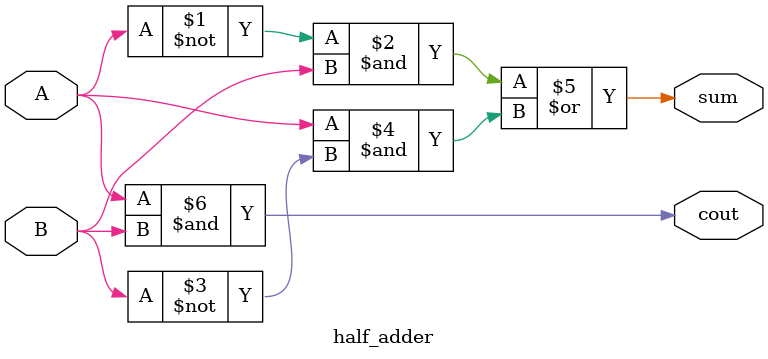
<source format=sv>
`timescale 1ns / 1ps
/**
  * Engineer: Juan Luna
  *  
  * Create Date: 2023-01-19
  * Design Name: Half Adder Circuit
  * Module Name: half_adder
  * Project Name: Project 3
  * Target Devices: Basys 3 board
  * Revision: 1
  *
  * Description:
  *     This module contains a digital circuit that performs
  *     mathematical addition. It takes two 1-bit values as 
  *     inputs and outputs the sum and a carry-out bit. That 
  *     is, one bit that carries the result of the two-bit 
  *     addition and another that tells whether the addition 
  *     operation generated a carry-out.
  */

module half_adder(
    input A,
    input B,
    output sum, 
    output cout
    );
    
    assign sum = (~A & B) | (A & ~B);
    assign cout = A & B;
    
endmodule
</source>
